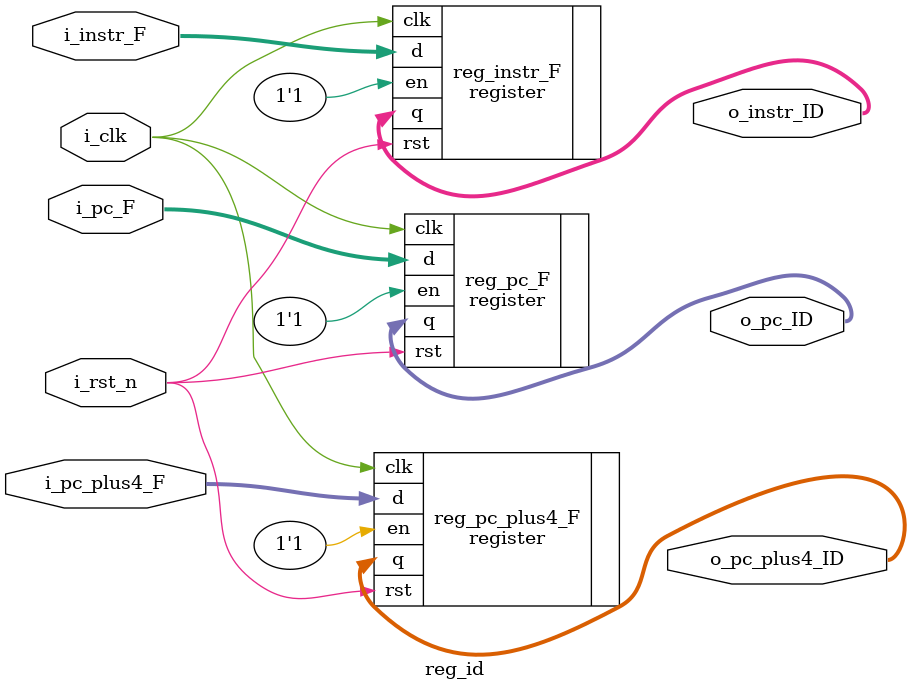
<source format=sv>
module reg_id
(
    input i_clk, i_rst_n,
    input [31:0] i_instr_F, i_pc_F, i_pc_plus4_F,
    output logic [31:0] o_instr_ID, o_pc_ID, o_pc_plus4_ID
);

register #(.WIDTH(32)) reg_instr_F
(
    .clk    (i_clk),
    .rst    (i_rst_n),
    .en     (1'b1),
    .d      (i_instr_F),
    .q      (o_instr_ID)
);

register #(.WIDTH(32)) reg_pc_F
(
    .clk    (i_clk),
    .rst    (i_rst_n),
    .en     (1'b1),
    .d      (i_pc_F),
    .q      (o_pc_ID)
);

register #(.WIDTH(32)) reg_pc_plus4_F
(
    .clk    (i_clk),
    .rst    (i_rst_n),
    .en     (1'b1),
    .d      (i_pc_plus4_F),
    .q      (o_pc_plus4_ID)
);
endmodule
</source>
